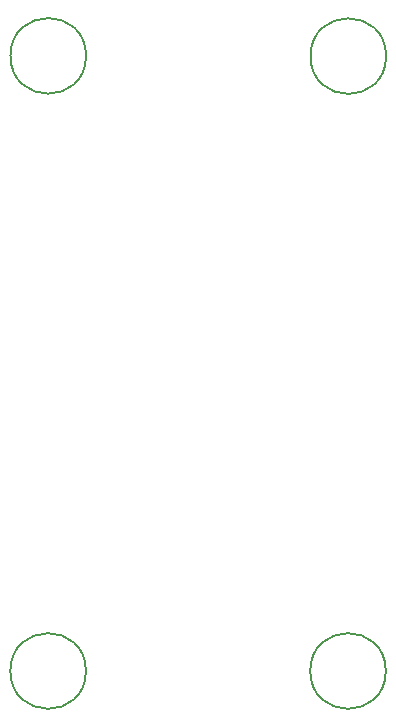
<source format=gbr>
G04 #@! TF.GenerationSoftware,KiCad,Pcbnew,(5.0.2)-1*
G04 #@! TF.CreationDate,2019-06-20T09:18:01+05:30*
G04 #@! TF.ProjectId,CapacityOfBattery,43617061-6369-4747-994f-664261747465,rev?*
G04 #@! TF.SameCoordinates,Original*
G04 #@! TF.FileFunction,Other,Comment*
%FSLAX46Y46*%
G04 Gerber Fmt 4.6, Leading zero omitted, Abs format (unit mm)*
G04 Created by KiCad (PCBNEW (5.0.2)-1) date 06/20/19 09:18:01*
%MOMM*%
%LPD*%
G01*
G04 APERTURE LIST*
%ADD10C,0.150000*%
G04 APERTURE END LIST*
D10*
G04 #@! TO.C,*
X44401340Y-67734180D02*
G75*
G03X44401340Y-67734180I-3200000J0D01*
G01*
X19008960Y-67734180D02*
G75*
G03X19008960Y-67734180I-3200000J0D01*
G01*
X19019120Y-15654020D02*
G75*
G03X19019120Y-15654020I-3200000J0D01*
G01*
X44424200Y-15674340D02*
G75*
G03X44424200Y-15674340I-3200000J0D01*
G01*
G04 #@! TD*
M02*

</source>
